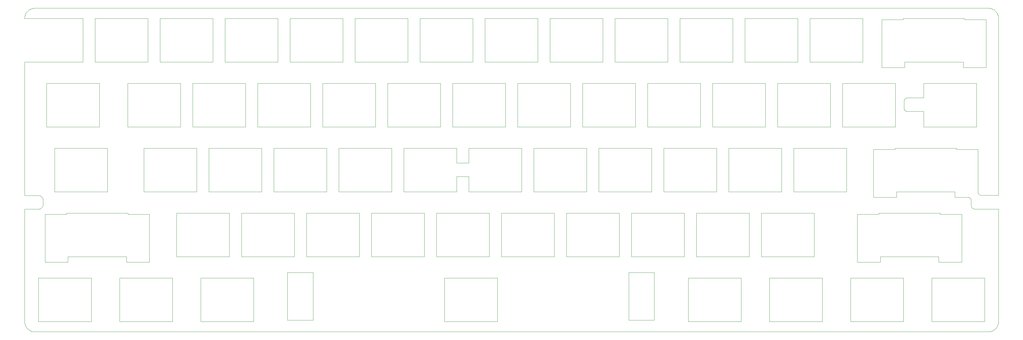
<source format=gbr>
G04 #@! TF.GenerationSoftware,KiCad,Pcbnew,(5.1.6-0-10_14)*
G04 #@! TF.CreationDate,2020-07-16T16:36:52+09:00*
G04 #@! TF.ProjectId,reviung61-top-plate,72657669-756e-4673-9631-2d746f702d70,1.0*
G04 #@! TF.SameCoordinates,Original*
G04 #@! TF.FileFunction,Profile,NP*
%FSLAX46Y46*%
G04 Gerber Fmt 4.6, Leading zero omitted, Abs format (unit mm)*
G04 Created by KiCad (PCBNEW (5.1.6-0-10_14)) date 2020-07-16 16:36:52*
%MOMM*%
%LPD*%
G01*
G04 APERTURE LIST*
G04 #@! TA.AperFunction,Profile*
%ADD10C,0.100000*%
G04 #@! TD*
G04 APERTURE END LIST*
D10*
X301878000Y-37429993D02*
X295128003Y-37429993D01*
X301878000Y-23429986D02*
X301878000Y-37429993D01*
X295565014Y-23429986D02*
X301878000Y-23429986D01*
X295565014Y-23029989D02*
X295565014Y-23429986D01*
X277565014Y-23029989D02*
X295565014Y-23029989D01*
X277565014Y-23429986D02*
X277565014Y-23029989D01*
X271252006Y-23429986D02*
X277565014Y-23429986D01*
X271252006Y-37429993D02*
X271252006Y-23429986D01*
X278002003Y-37429993D02*
X271252006Y-37429993D01*
X278002003Y-35830004D02*
X278002003Y-37429993D01*
X295128003Y-35830004D02*
X278002003Y-35830004D01*
X295128003Y-37429993D02*
X295128003Y-35830004D01*
X299077504Y-42079989D02*
X299077504Y-54880004D01*
X283577503Y-42079989D02*
X299077504Y-42079989D01*
X283577503Y-46353005D02*
X283577503Y-42079989D01*
X278799672Y-46353005D02*
X283577503Y-46353005D01*
X277799668Y-47353009D02*
X277804830Y-47250763D01*
X277804830Y-47250763D02*
X277819984Y-47151471D01*
X277819984Y-47151471D02*
X277860347Y-47009172D01*
X277860347Y-47009172D02*
X277920362Y-46876345D01*
X277920362Y-46876345D02*
X277998331Y-46754688D01*
X277998331Y-46754688D02*
X278092560Y-46645897D01*
X278092560Y-46645897D02*
X278201351Y-46551668D01*
X278201351Y-46551668D02*
X278323008Y-46473699D01*
X278323008Y-46473699D02*
X278455835Y-46413684D01*
X278455835Y-46413684D02*
X278598134Y-46373321D01*
X278598134Y-46373321D02*
X278697426Y-46358167D01*
X278697426Y-46358167D02*
X278799672Y-46353005D01*
X277799668Y-49352994D02*
X277799668Y-47353009D01*
X278799672Y-50352998D02*
X278697426Y-50347835D01*
X278697426Y-50347835D02*
X278598134Y-50332681D01*
X278598134Y-50332681D02*
X278455835Y-50292318D01*
X278455835Y-50292318D02*
X278323008Y-50232303D01*
X278323008Y-50232303D02*
X278201351Y-50154334D01*
X278201351Y-50154334D02*
X278092560Y-50060105D01*
X278092560Y-50060105D02*
X277998331Y-49951314D01*
X277998331Y-49951314D02*
X277920362Y-49829657D01*
X277920362Y-49829657D02*
X277860347Y-49696830D01*
X277860347Y-49696830D02*
X277819984Y-49554531D01*
X277819984Y-49554531D02*
X277804830Y-49455239D01*
X277804830Y-49455239D02*
X277799668Y-49352994D01*
X283577503Y-50352998D02*
X278799672Y-50352998D01*
X283577503Y-54880004D02*
X283577503Y-50352998D01*
X299077504Y-54880004D02*
X283577503Y-54880004D01*
X275254087Y-42079989D02*
X275254087Y-54880004D01*
X259754086Y-42079989D02*
X275254087Y-42079989D01*
X259754086Y-54880004D02*
X259754086Y-42079989D01*
X275254087Y-54880004D02*
X259754086Y-54880004D01*
X264108256Y-80579986D02*
X270421264Y-80579986D01*
X264108256Y-94579993D02*
X264108256Y-80579986D01*
X270858253Y-94579993D02*
X264108256Y-94579993D01*
X270858253Y-92980004D02*
X270858253Y-94579993D01*
X287984253Y-92980004D02*
X270858253Y-92980004D01*
X287984253Y-94579993D02*
X287984253Y-92980004D01*
X294734250Y-94579993D02*
X287984253Y-94579993D01*
X294734250Y-80579986D02*
X294734250Y-94579993D01*
X288421264Y-80579986D02*
X294734250Y-80579986D01*
X288421264Y-80179989D02*
X288421264Y-80579986D01*
X270421264Y-80179989D02*
X288421264Y-80179989D01*
X270421264Y-80579986D02*
X270421264Y-80179989D01*
X285958753Y-99229989D02*
X301458754Y-99229989D01*
X285958753Y-112030004D02*
X285958753Y-99229989D01*
X301458754Y-112030004D02*
X285958753Y-112030004D01*
X301458754Y-99229989D02*
X301458754Y-112030004D01*
X277646254Y-99229989D02*
X277646254Y-112030004D01*
X262146253Y-99229989D02*
X277646254Y-99229989D01*
X262146253Y-112030004D02*
X262146253Y-99229989D01*
X277646254Y-112030004D02*
X262146253Y-112030004D01*
X260989239Y-61129989D02*
X260989239Y-73930004D01*
X245489237Y-61129989D02*
X260989239Y-61129989D01*
X245489237Y-73930004D02*
X245489237Y-61129989D01*
X260989239Y-73930004D02*
X245489237Y-73930004D01*
X253833754Y-99229989D02*
X253833754Y-112030004D01*
X238333753Y-99229989D02*
X253833754Y-99229989D01*
X238333753Y-112030004D02*
X238333753Y-99229989D01*
X253833754Y-112030004D02*
X238333753Y-112030004D01*
X235939153Y-92980004D02*
X235939153Y-80179989D01*
X251439154Y-92980004D02*
X235939153Y-92980004D01*
X251439154Y-80179989D02*
X251439154Y-92980004D01*
X235939153Y-80179989D02*
X251439154Y-80179989D01*
X232389154Y-80179989D02*
X232389154Y-92980004D01*
X216889153Y-80179989D02*
X232389154Y-80179989D01*
X216889153Y-92980004D02*
X216889153Y-80179989D01*
X232389154Y-92980004D02*
X216889153Y-92980004D01*
X230021254Y-99229989D02*
X230021254Y-112030004D01*
X214521253Y-99229989D02*
X230021254Y-99229989D01*
X214521253Y-112030004D02*
X214521253Y-99229989D01*
X230021254Y-112030004D02*
X214521253Y-112030004D01*
X213339154Y-80179989D02*
X213339154Y-92980004D01*
X197839153Y-80179989D02*
X213339154Y-80179989D01*
X197839153Y-92980004D02*
X197839153Y-80179989D01*
X213339154Y-92980004D02*
X197839153Y-92980004D01*
X204583856Y-111635584D02*
X197084095Y-111635584D01*
X204583617Y-97635577D02*
X204583856Y-111635584D01*
X197083856Y-97635577D02*
X204583617Y-97635577D01*
X197084095Y-111635584D02*
X197083856Y-97635577D01*
X203839239Y-73930004D02*
X188339237Y-73930004D01*
X203839239Y-61129989D02*
X203839239Y-73930004D01*
X188339237Y-61129989D02*
X203839239Y-61129989D01*
X188339237Y-73930004D02*
X188339237Y-61129989D01*
X194289154Y-80179989D02*
X194289154Y-92980004D01*
X178789153Y-80179989D02*
X194289154Y-80179989D01*
X178789153Y-92980004D02*
X178789153Y-80179989D01*
X194289154Y-92980004D02*
X178789153Y-92980004D01*
X175239154Y-80179989D02*
X175239154Y-92980004D01*
X159739153Y-80179989D02*
X175239154Y-80179989D01*
X159739153Y-92980004D02*
X159739153Y-80179989D01*
X175239154Y-92980004D02*
X159739153Y-92980004D01*
X158583754Y-99229989D02*
X158583754Y-112030004D01*
X143083753Y-99229989D02*
X158583754Y-99229989D01*
X143083753Y-112030004D02*
X143083753Y-99229989D01*
X158583754Y-112030004D02*
X143083753Y-112030004D01*
X140689153Y-92980004D02*
X140689153Y-80179989D01*
X156189154Y-92980004D02*
X140689153Y-92980004D01*
X156189154Y-80179989D02*
X156189154Y-92980004D01*
X140689153Y-80179989D02*
X156189154Y-80179989D01*
X137139154Y-80179989D02*
X137139154Y-92980004D01*
X121639153Y-80179989D02*
X137139154Y-80179989D01*
X121639153Y-92980004D02*
X121639153Y-80179989D01*
X137139154Y-92980004D02*
X121639153Y-92980004D01*
X118089154Y-80179989D02*
X118089154Y-92980004D01*
X102589153Y-80179989D02*
X118089154Y-80179989D01*
X102589153Y-92980004D02*
X102589153Y-80179989D01*
X118089154Y-92980004D02*
X102589153Y-92980004D01*
X104583758Y-111635584D02*
X97083758Y-111635584D01*
X104583758Y-97635577D02*
X104583758Y-111635584D01*
X97083758Y-97635577D02*
X104583758Y-97635577D01*
X97083758Y-111635584D02*
X97083758Y-97635577D01*
X99039154Y-92980004D02*
X83539153Y-92980004D01*
X99039154Y-80179989D02*
X99039154Y-92980004D01*
X83539153Y-80179989D02*
X99039154Y-80179989D01*
X83539153Y-92980004D02*
X83539153Y-80179989D01*
X87146254Y-99229989D02*
X87146254Y-112030004D01*
X71646253Y-99229989D02*
X87146254Y-99229989D01*
X71646253Y-112030004D02*
X71646253Y-99229989D01*
X87146254Y-112030004D02*
X71646253Y-112030004D01*
X64489153Y-92980004D02*
X64489153Y-80179989D01*
X79989154Y-92980004D02*
X64489153Y-92980004D01*
X79989154Y-80179989D02*
X79989154Y-92980004D01*
X64489153Y-80179989D02*
X79989154Y-80179989D01*
X63333754Y-99229989D02*
X63333754Y-112030004D01*
X47833753Y-99229989D02*
X63333754Y-99229989D01*
X47833753Y-112030004D02*
X47833753Y-99229989D01*
X63333754Y-112030004D02*
X47833753Y-112030004D01*
X39521254Y-99229989D02*
X39521254Y-112030004D01*
X24021253Y-99229989D02*
X39521254Y-99229989D01*
X24021253Y-112030004D02*
X24021253Y-99229989D01*
X39521254Y-112030004D02*
X24021253Y-112030004D01*
X25983256Y-94579993D02*
X25983256Y-80579986D01*
X32733253Y-94579993D02*
X25983256Y-94579993D01*
X32733253Y-92980004D02*
X32733253Y-94579993D01*
X49859253Y-92980004D02*
X32733253Y-92980004D01*
X49859253Y-94579993D02*
X49859253Y-92980004D01*
X56609251Y-94579993D02*
X49859253Y-94579993D01*
X56609251Y-80579986D02*
X56609251Y-94579993D01*
X50296264Y-80579986D02*
X56609251Y-80579986D01*
X50296264Y-80179989D02*
X50296264Y-80579986D01*
X32296264Y-80179989D02*
X50296264Y-80179989D01*
X32296264Y-80579986D02*
X32296264Y-80179989D01*
X25983256Y-80579986D02*
X32296264Y-80579986D01*
X26402503Y-54880004D02*
X26402503Y-42079989D01*
X41902504Y-54880004D02*
X26402503Y-54880004D01*
X41902504Y-42079989D02*
X41902504Y-54880004D01*
X26402503Y-42079989D02*
X41902504Y-42079989D01*
X28783753Y-61129989D02*
X44283754Y-61129989D01*
X28783753Y-73930004D02*
X28783753Y-61129989D01*
X44283754Y-73930004D02*
X28783753Y-73930004D01*
X44283754Y-61129989D02*
X44283754Y-73930004D01*
X40690003Y-35830004D02*
X40690003Y-23029989D01*
X56190004Y-35830004D02*
X40690003Y-35830004D01*
X56190004Y-23029989D02*
X56190004Y-35830004D01*
X40690003Y-23029989D02*
X56190004Y-23029989D01*
X59740003Y-35830004D02*
X59740003Y-23029989D01*
X75240004Y-35830004D02*
X59740003Y-35830004D01*
X75240004Y-23029989D02*
X75240004Y-35830004D01*
X59740003Y-23029989D02*
X75240004Y-23029989D01*
X78790003Y-35830004D02*
X78790003Y-23029989D01*
X94290004Y-35830004D02*
X78790003Y-35830004D01*
X94290004Y-23029989D02*
X94290004Y-35830004D01*
X78790003Y-23029989D02*
X94290004Y-23029989D01*
X97840003Y-35830004D02*
X97840003Y-23029989D01*
X113340004Y-35830004D02*
X97840003Y-35830004D01*
X113340004Y-23029989D02*
X113340004Y-35830004D01*
X97840003Y-23029989D02*
X113340004Y-23029989D01*
X116890003Y-35830004D02*
X116890003Y-23029989D01*
X132390004Y-35830004D02*
X116890003Y-35830004D01*
X132390004Y-23029989D02*
X132390004Y-35830004D01*
X116890003Y-23029989D02*
X132390004Y-23029989D01*
X135940003Y-35830004D02*
X135940003Y-23029989D01*
X151440004Y-35830004D02*
X135940003Y-35830004D01*
X151440004Y-23029989D02*
X151440004Y-35830004D01*
X135940003Y-23029989D02*
X151440004Y-23029989D01*
X154990003Y-35830004D02*
X154990003Y-23029989D01*
X170490004Y-35830004D02*
X154990003Y-35830004D01*
X170490004Y-23029989D02*
X170490004Y-35830004D01*
X154990003Y-23029989D02*
X170490004Y-23029989D01*
X174040003Y-35830004D02*
X174040003Y-23029989D01*
X189540004Y-35830004D02*
X174040003Y-35830004D01*
X189540004Y-23029989D02*
X189540004Y-35830004D01*
X174040003Y-23029989D02*
X189540004Y-23029989D01*
X199054087Y-54880004D02*
X183554086Y-54880004D01*
X199054087Y-42079989D02*
X199054087Y-54880004D01*
X183554086Y-42079989D02*
X199054087Y-42079989D01*
X183554086Y-54880004D02*
X183554086Y-42079989D01*
X169289237Y-73930004D02*
X169289237Y-61129989D01*
X184789239Y-73930004D02*
X169289237Y-73930004D01*
X184789239Y-61129989D02*
X184789239Y-73930004D01*
X169289237Y-61129989D02*
X184789239Y-61129989D01*
X180004087Y-54880004D02*
X164504086Y-54880004D01*
X180004087Y-42079989D02*
X180004087Y-54880004D01*
X164504086Y-42079989D02*
X180004087Y-42079989D01*
X164504086Y-54880004D02*
X164504086Y-42079989D01*
X160954087Y-54880004D02*
X145454086Y-54880004D01*
X160954087Y-42079989D02*
X160954087Y-54880004D01*
X145454086Y-42079989D02*
X160954087Y-42079989D01*
X145454086Y-54880004D02*
X145454086Y-42079989D01*
X141904087Y-54880004D02*
X126404086Y-54880004D01*
X141904087Y-42079989D02*
X141904087Y-54880004D01*
X126404086Y-42079989D02*
X141904087Y-42079989D01*
X126404086Y-54880004D02*
X126404086Y-42079989D01*
X112139237Y-73930004D02*
X112139237Y-61129989D01*
X127639239Y-73930004D02*
X112139237Y-73930004D01*
X127639239Y-61129989D02*
X127639239Y-73930004D01*
X112139237Y-61129989D02*
X127639239Y-61129989D01*
X122854087Y-54880004D02*
X107354086Y-54880004D01*
X122854087Y-42079989D02*
X122854087Y-54880004D01*
X107354086Y-42079989D02*
X122854087Y-42079989D01*
X107354086Y-54880004D02*
X107354086Y-42079989D01*
X93089237Y-73930004D02*
X93089237Y-61129989D01*
X108589239Y-73930004D02*
X93089237Y-73930004D01*
X108589239Y-61129989D02*
X108589239Y-73930004D01*
X93089237Y-61129989D02*
X108589239Y-61129989D01*
X103804087Y-54880004D02*
X88304086Y-54880004D01*
X103804087Y-42079989D02*
X103804087Y-54880004D01*
X88304086Y-42079989D02*
X103804087Y-42079989D01*
X88304086Y-54880004D02*
X88304086Y-42079989D01*
X74039237Y-73930004D02*
X74039237Y-61129989D01*
X89539239Y-73930004D02*
X74039237Y-73930004D01*
X89539239Y-61129989D02*
X89539239Y-73930004D01*
X74039237Y-61129989D02*
X89539239Y-61129989D01*
X84754087Y-54880004D02*
X69254086Y-54880004D01*
X84754087Y-42079989D02*
X84754087Y-54880004D01*
X69254086Y-42079989D02*
X84754087Y-42079989D01*
X69254086Y-54880004D02*
X69254086Y-42079989D01*
X65704087Y-54880004D02*
X50204086Y-54880004D01*
X65704087Y-42079989D02*
X65704087Y-54880004D01*
X50204086Y-42079989D02*
X65704087Y-42079989D01*
X50204086Y-54880004D02*
X50204086Y-42079989D01*
X54989237Y-73930004D02*
X54989237Y-61129989D01*
X70489239Y-73930004D02*
X54989237Y-73930004D01*
X70489239Y-61129989D02*
X70489239Y-73930004D01*
X54989237Y-61129989D02*
X70489239Y-61129989D01*
X150239237Y-69463330D02*
X146689239Y-69463330D01*
X150239237Y-73930004D02*
X150239237Y-69463330D01*
X165739239Y-73930004D02*
X150239237Y-73930004D01*
X165739239Y-61129989D02*
X165739239Y-73930004D01*
X150239237Y-61129989D02*
X165739239Y-61129989D01*
X150239237Y-65463338D02*
X150239237Y-61129989D01*
X146689239Y-65463338D02*
X150239237Y-65463338D01*
X146689239Y-61129989D02*
X146689239Y-65463338D01*
X131189237Y-61129989D02*
X146689239Y-61129989D01*
X131189237Y-73930004D02*
X131189237Y-61129989D01*
X146689239Y-73930004D02*
X131189237Y-73930004D01*
X146689239Y-69463330D02*
X146689239Y-73930004D01*
X193090003Y-35830004D02*
X193090003Y-23029989D01*
X208590004Y-35830004D02*
X193090003Y-35830004D01*
X208590004Y-23029989D02*
X208590004Y-35830004D01*
X193090003Y-23029989D02*
X208590004Y-23029989D01*
X212140003Y-35830004D02*
X212140003Y-23029989D01*
X227640004Y-35830004D02*
X212140003Y-35830004D01*
X227640004Y-23029989D02*
X227640004Y-35830004D01*
X212140003Y-23029989D02*
X227640004Y-23029989D01*
X231190003Y-35830004D02*
X231190003Y-23029989D01*
X246690004Y-35830004D02*
X231190003Y-35830004D01*
X246690004Y-23029989D02*
X246690004Y-35830004D01*
X231190003Y-23029989D02*
X246690004Y-23029989D01*
X256204087Y-54880004D02*
X240704086Y-54880004D01*
X256204087Y-42079989D02*
X256204087Y-54880004D01*
X240704086Y-42079989D02*
X256204087Y-42079989D01*
X240704086Y-54880004D02*
X240704086Y-42079989D01*
X226439237Y-73930004D02*
X226439237Y-61129989D01*
X241939239Y-73930004D02*
X226439237Y-73930004D01*
X241939239Y-61129989D02*
X241939239Y-73930004D01*
X226439237Y-61129989D02*
X241939239Y-61129989D01*
X237154087Y-54880004D02*
X221654086Y-54880004D01*
X237154087Y-42079989D02*
X237154087Y-54880004D01*
X221654086Y-42079989D02*
X237154087Y-42079989D01*
X221654086Y-54880004D02*
X221654086Y-42079989D01*
X218104087Y-54880004D02*
X202604086Y-54880004D01*
X218104087Y-42079989D02*
X218104087Y-54880004D01*
X202604086Y-42079989D02*
X218104087Y-42079989D01*
X202604086Y-54880004D02*
X202604086Y-42079989D01*
X207389237Y-73930004D02*
X207389237Y-61129989D01*
X222889239Y-73930004D02*
X207389237Y-73930004D01*
X222889239Y-61129989D02*
X222889239Y-73930004D01*
X207389237Y-61129989D02*
X222889239Y-61129989D01*
X250240003Y-35830004D02*
X250240003Y-23029989D01*
X265740004Y-35830004D02*
X250240003Y-35830004D01*
X265740004Y-23029989D02*
X265740004Y-35830004D01*
X250240003Y-23029989D02*
X265740004Y-23029989D01*
X299496750Y-73990336D02*
X299501912Y-74092581D01*
X299501912Y-74092581D02*
X299517066Y-74191873D01*
X299517066Y-74191873D02*
X299557429Y-74334172D01*
X299557429Y-74334172D02*
X299617444Y-74466999D01*
X299617444Y-74466999D02*
X299695413Y-74588656D01*
X299695413Y-74588656D02*
X299789642Y-74697447D01*
X299789642Y-74697447D02*
X299898433Y-74791676D01*
X299898433Y-74791676D02*
X300020090Y-74869645D01*
X300020090Y-74869645D02*
X300152917Y-74929660D01*
X300152917Y-74929660D02*
X300295216Y-74970023D01*
X300295216Y-74970023D02*
X300394508Y-74985177D01*
X300394508Y-74985177D02*
X300496754Y-74990340D01*
X299496750Y-61529986D02*
X299496750Y-73990336D01*
X293183764Y-61529986D02*
X299496750Y-61529986D01*
X293183764Y-61129989D02*
X293183764Y-61529986D01*
X275183764Y-61129989D02*
X293183764Y-61129989D01*
X275183764Y-61529986D02*
X275183764Y-61129989D01*
X268870756Y-61529986D02*
X275183764Y-61529986D01*
X268870756Y-75529993D02*
X268870756Y-61529986D01*
X275620753Y-75529993D02*
X268870756Y-75529993D01*
X275620753Y-73930004D02*
X275620753Y-75529993D01*
X292746753Y-73930004D02*
X275620753Y-73930004D01*
X292746753Y-75529993D02*
X292746753Y-73930004D01*
X296490000Y-75529993D02*
X292746753Y-75529993D01*
X297490004Y-76529996D02*
X297484841Y-76427750D01*
X297484841Y-76427750D02*
X297469687Y-76328458D01*
X297469687Y-76328458D02*
X297429324Y-76186159D01*
X297429324Y-76186159D02*
X297369309Y-76053332D01*
X297369309Y-76053332D02*
X297291340Y-75931675D01*
X297291340Y-75931675D02*
X297197111Y-75822885D01*
X297197111Y-75822885D02*
X297088320Y-75728656D01*
X297088320Y-75728656D02*
X296966663Y-75650686D01*
X296966663Y-75650686D02*
X296833836Y-75590672D01*
X296833836Y-75590672D02*
X296691537Y-75550309D01*
X296691537Y-75550309D02*
X296592245Y-75535155D01*
X296592245Y-75535155D02*
X296490000Y-75529993D01*
X297490004Y-77990329D02*
X297490004Y-76529996D01*
X298490007Y-78990333D02*
X298387761Y-78985170D01*
X298387761Y-78985170D02*
X298288470Y-78970016D01*
X298288470Y-78970016D02*
X298146170Y-78929653D01*
X298146170Y-78929653D02*
X298013344Y-78869638D01*
X298013344Y-78869638D02*
X297891687Y-78791669D01*
X297891687Y-78791669D02*
X297782896Y-78697440D01*
X297782896Y-78697440D02*
X297688667Y-78588649D01*
X297688667Y-78588649D02*
X297610698Y-78466992D01*
X297610698Y-78466992D02*
X297550683Y-78334165D01*
X297550683Y-78334165D02*
X297510320Y-78191866D01*
X297510320Y-78191866D02*
X297495166Y-78092574D01*
X297495166Y-78092574D02*
X297490004Y-77990329D01*
X305490011Y-78990333D02*
X298490007Y-78990333D01*
X305490011Y-112030004D02*
X305490011Y-78990333D01*
X302490000Y-115029993D02*
X302644379Y-115026089D01*
X302644379Y-115026089D02*
X302796732Y-115014504D01*
X302796732Y-115014504D02*
X302946870Y-114995426D01*
X302946870Y-114995426D02*
X303094605Y-114969044D01*
X303094605Y-114969044D02*
X303239747Y-114935545D01*
X303239747Y-114935545D02*
X303382109Y-114895119D01*
X303382109Y-114895119D02*
X303521501Y-114847955D01*
X303521501Y-114847955D02*
X303657737Y-114794239D01*
X303657737Y-114794239D02*
X303790626Y-114734162D01*
X303790626Y-114734162D02*
X303919980Y-114667911D01*
X303919980Y-114667911D02*
X304045612Y-114595675D01*
X304045612Y-114595675D02*
X304167331Y-114517643D01*
X304167331Y-114517643D02*
X304284951Y-114434003D01*
X304284951Y-114434003D02*
X304398282Y-114344943D01*
X304398282Y-114344943D02*
X304507137Y-114250652D01*
X304507137Y-114250652D02*
X304611325Y-114151318D01*
X304611325Y-114151318D02*
X304710660Y-114047131D01*
X304710660Y-114047131D02*
X304804952Y-113938278D01*
X304804952Y-113938278D02*
X304894013Y-113824947D01*
X304894013Y-113824947D02*
X304977654Y-113707328D01*
X304977654Y-113707328D02*
X305055687Y-113585610D01*
X305055687Y-113585610D02*
X305127924Y-113459979D01*
X305127924Y-113459979D02*
X305194176Y-113330625D01*
X305194176Y-113330625D02*
X305254254Y-113197737D01*
X305254254Y-113197737D02*
X305307970Y-113061503D01*
X305307970Y-113061503D02*
X305355135Y-112922111D01*
X305355135Y-112922111D02*
X305395562Y-112779749D01*
X305395562Y-112779749D02*
X305429061Y-112634608D01*
X305429061Y-112634608D02*
X305455443Y-112486874D01*
X305455443Y-112486874D02*
X305474522Y-112336736D01*
X305474522Y-112336736D02*
X305486107Y-112184383D01*
X305486107Y-112184383D02*
X305490011Y-112030004D01*
X22990006Y-115029993D02*
X302490000Y-115029993D01*
X19990017Y-112030004D02*
X19993920Y-112184383D01*
X19993920Y-112184383D02*
X20005505Y-112336736D01*
X20005505Y-112336736D02*
X20024583Y-112486874D01*
X20024583Y-112486874D02*
X20050965Y-112634608D01*
X20050965Y-112634608D02*
X20084464Y-112779749D01*
X20084464Y-112779749D02*
X20124890Y-112922111D01*
X20124890Y-112922111D02*
X20172054Y-113061503D01*
X20172054Y-113061503D02*
X20225770Y-113197737D01*
X20225770Y-113197737D02*
X20285847Y-113330625D01*
X20285847Y-113330625D02*
X20352098Y-113459979D01*
X20352098Y-113459979D02*
X20424334Y-113585610D01*
X20424334Y-113585610D02*
X20502366Y-113707328D01*
X20502366Y-113707328D02*
X20586006Y-113824947D01*
X20586006Y-113824947D02*
X20675066Y-113938278D01*
X20675066Y-113938278D02*
X20769357Y-114047131D01*
X20769357Y-114047131D02*
X20868691Y-114151318D01*
X20868691Y-114151318D02*
X20972878Y-114250652D01*
X20972878Y-114250652D02*
X21081731Y-114344943D01*
X21081731Y-114344943D02*
X21195062Y-114434003D01*
X21195062Y-114434003D02*
X21312681Y-114517643D01*
X21312681Y-114517643D02*
X21434399Y-114595675D01*
X21434399Y-114595675D02*
X21560030Y-114667911D01*
X21560030Y-114667911D02*
X21689384Y-114734162D01*
X21689384Y-114734162D02*
X21822272Y-114794239D01*
X21822272Y-114794239D02*
X21958506Y-114847955D01*
X21958506Y-114847955D02*
X22097898Y-114895119D01*
X22097898Y-114895119D02*
X22240260Y-114935545D01*
X22240260Y-114935545D02*
X22385401Y-114969044D01*
X22385401Y-114969044D02*
X22533135Y-114995426D01*
X22533135Y-114995426D02*
X22683273Y-115014504D01*
X22683273Y-115014504D02*
X22835626Y-115026089D01*
X22835626Y-115026089D02*
X22990006Y-115029993D01*
X19990017Y-79007989D02*
X19990017Y-112030004D01*
X24035184Y-79007989D02*
X19990017Y-79007989D01*
X19990017Y-35830004D02*
X19990017Y-75007996D01*
X37140004Y-35830004D02*
X19990017Y-35830004D01*
X37140004Y-23029989D02*
X37140004Y-35830004D01*
X19990017Y-23029989D02*
X37140004Y-23029989D01*
X25435184Y-77608010D02*
X25427955Y-77751149D01*
X25427955Y-77751149D02*
X25406740Y-77890154D01*
X25406740Y-77890154D02*
X25372241Y-78024320D01*
X25372241Y-78024320D02*
X25325163Y-78152944D01*
X25325163Y-78152944D02*
X25266209Y-78275323D01*
X25266209Y-78275323D02*
X25196082Y-78390751D01*
X25196082Y-78390751D02*
X25115488Y-78498526D01*
X25115488Y-78498526D02*
X25025129Y-78597944D01*
X25025129Y-78597944D02*
X24925709Y-78688301D01*
X24925709Y-78688301D02*
X24817932Y-78768894D01*
X24817932Y-78768894D02*
X24702501Y-78839019D01*
X24702501Y-78839019D02*
X24580122Y-78897971D01*
X24580122Y-78897971D02*
X24451496Y-78945048D01*
X24451496Y-78945048D02*
X24317329Y-78979546D01*
X24317329Y-78979546D02*
X24178323Y-79000761D01*
X24178323Y-79000761D02*
X24035184Y-79007989D01*
X25435184Y-76407997D02*
X25435184Y-77608010D01*
X305490011Y-23029989D02*
X305486107Y-22875609D01*
X305486107Y-22875609D02*
X305474522Y-22723256D01*
X305474522Y-22723256D02*
X305455443Y-22573118D01*
X305455443Y-22573118D02*
X305429061Y-22425384D01*
X305429061Y-22425384D02*
X305395562Y-22280243D01*
X305395562Y-22280243D02*
X305355135Y-22137881D01*
X305355135Y-22137881D02*
X305307970Y-21998489D01*
X305307970Y-21998489D02*
X305254254Y-21862255D01*
X305254254Y-21862255D02*
X305194176Y-21729367D01*
X305194176Y-21729367D02*
X305127924Y-21600013D01*
X305127924Y-21600013D02*
X305055687Y-21474382D01*
X305055687Y-21474382D02*
X304977654Y-21352664D01*
X304977654Y-21352664D02*
X304894013Y-21235045D01*
X304894013Y-21235045D02*
X304804952Y-21121714D01*
X304804952Y-21121714D02*
X304710660Y-21012861D01*
X304710660Y-21012861D02*
X304611325Y-20908674D01*
X304611325Y-20908674D02*
X304507137Y-20809340D01*
X304507137Y-20809340D02*
X304398282Y-20715049D01*
X304398282Y-20715049D02*
X304284951Y-20625989D01*
X304284951Y-20625989D02*
X304167331Y-20542349D01*
X304167331Y-20542349D02*
X304045612Y-20464317D01*
X304045612Y-20464317D02*
X303919980Y-20392081D01*
X303919980Y-20392081D02*
X303790626Y-20325830D01*
X303790626Y-20325830D02*
X303657737Y-20265753D01*
X303657737Y-20265753D02*
X303521501Y-20212037D01*
X303521501Y-20212037D02*
X303382109Y-20164873D01*
X303382109Y-20164873D02*
X303239747Y-20124447D01*
X303239747Y-20124447D02*
X303094605Y-20090948D01*
X303094605Y-20090948D02*
X302946870Y-20064566D01*
X302946870Y-20064566D02*
X302796732Y-20045488D01*
X302796732Y-20045488D02*
X302644379Y-20033903D01*
X302644379Y-20033903D02*
X302490000Y-20030000D01*
X300496754Y-74990340D02*
X305490011Y-74990340D01*
X305490011Y-74990340D02*
X305490011Y-23029989D01*
X24035184Y-75007996D02*
X24178323Y-75015223D01*
X24178323Y-75015223D02*
X24317329Y-75036438D01*
X24317329Y-75036438D02*
X24451496Y-75070936D01*
X24451496Y-75070936D02*
X24580122Y-75118013D01*
X24580122Y-75118013D02*
X24702501Y-75176966D01*
X24702501Y-75176966D02*
X24817932Y-75247091D01*
X24817932Y-75247091D02*
X24925709Y-75327685D01*
X24925709Y-75327685D02*
X25025129Y-75418043D01*
X25025129Y-75418043D02*
X25115488Y-75517462D01*
X25115488Y-75517462D02*
X25196082Y-75625238D01*
X25196082Y-75625238D02*
X25266209Y-75740669D01*
X25266209Y-75740669D02*
X25325163Y-75863049D01*
X25325163Y-75863049D02*
X25372241Y-75991675D01*
X25372241Y-75991675D02*
X25406740Y-76125845D01*
X25406740Y-76125845D02*
X25427955Y-76264853D01*
X25427955Y-76264853D02*
X25435184Y-76407997D01*
X19990017Y-75007996D02*
X24035184Y-75007996D01*
X22990006Y-20030000D02*
X22835626Y-20033903D01*
X22835626Y-20033903D02*
X22683273Y-20045488D01*
X22683273Y-20045488D02*
X22533135Y-20064566D01*
X22533135Y-20064566D02*
X22385401Y-20090948D01*
X22385401Y-20090948D02*
X22240260Y-20124447D01*
X22240260Y-20124447D02*
X22097898Y-20164873D01*
X22097898Y-20164873D02*
X21958506Y-20212037D01*
X21958506Y-20212037D02*
X21822272Y-20265753D01*
X21822272Y-20265753D02*
X21689384Y-20325830D01*
X21689384Y-20325830D02*
X21560030Y-20392081D01*
X21560030Y-20392081D02*
X21434399Y-20464317D01*
X21434399Y-20464317D02*
X21312681Y-20542349D01*
X21312681Y-20542349D02*
X21195062Y-20625989D01*
X21195062Y-20625989D02*
X21081731Y-20715049D01*
X21081731Y-20715049D02*
X20972878Y-20809340D01*
X20972878Y-20809340D02*
X20868691Y-20908674D01*
X20868691Y-20908674D02*
X20769357Y-21012861D01*
X20769357Y-21012861D02*
X20675066Y-21121714D01*
X20675066Y-21121714D02*
X20586006Y-21235045D01*
X20586006Y-21235045D02*
X20502366Y-21352664D01*
X20502366Y-21352664D02*
X20424334Y-21474382D01*
X20424334Y-21474382D02*
X20352098Y-21600013D01*
X20352098Y-21600013D02*
X20285847Y-21729367D01*
X20285847Y-21729367D02*
X20225770Y-21862255D01*
X20225770Y-21862255D02*
X20172054Y-21998489D01*
X20172054Y-21998489D02*
X20124890Y-22137881D01*
X20124890Y-22137881D02*
X20084464Y-22280243D01*
X20084464Y-22280243D02*
X20050965Y-22425384D01*
X20050965Y-22425384D02*
X20024583Y-22573118D01*
X20024583Y-22573118D02*
X20005505Y-22723256D01*
X20005505Y-22723256D02*
X19993920Y-22875609D01*
X19993920Y-22875609D02*
X19990017Y-23029989D01*
X302490000Y-20030000D02*
X22990006Y-20030000D01*
M02*

</source>
